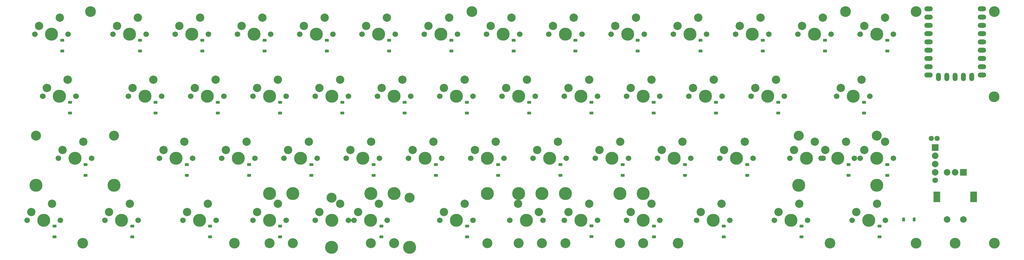
<source format=gbr>
%TF.GenerationSoftware,KiCad,Pcbnew,9.0.2*%
%TF.CreationDate,2025-07-09T23:02:58+05:30*%
%TF.ProjectId,comfort40pcb,636f6d66-6f72-4743-9430-7063622e6b69,rev?*%
%TF.SameCoordinates,Original*%
%TF.FileFunction,Soldermask,Bot*%
%TF.FilePolarity,Negative*%
%FSLAX46Y46*%
G04 Gerber Fmt 4.6, Leading zero omitted, Abs format (unit mm)*
G04 Created by KiCad (PCBNEW 9.0.2) date 2025-07-09 23:02:58*
%MOMM*%
%LPD*%
G01*
G04 APERTURE LIST*
G04 Aperture macros list*
%AMRoundRect*
0 Rectangle with rounded corners*
0 $1 Rounding radius*
0 $2 $3 $4 $5 $6 $7 $8 $9 X,Y pos of 4 corners*
0 Add a 4 corners polygon primitive as box body*
4,1,4,$2,$3,$4,$5,$6,$7,$8,$9,$2,$3,0*
0 Add four circle primitives for the rounded corners*
1,1,$1+$1,$2,$3*
1,1,$1+$1,$4,$5*
1,1,$1+$1,$6,$7*
1,1,$1+$1,$8,$9*
0 Add four rect primitives between the rounded corners*
20,1,$1+$1,$2,$3,$4,$5,0*
20,1,$1+$1,$4,$5,$6,$7,0*
20,1,$1+$1,$6,$7,$8,$9,0*
20,1,$1+$1,$8,$9,$2,$3,0*%
G04 Aperture macros list end*
%ADD10C,0.120000*%
%ADD11C,1.701800*%
%ADD12C,3.987800*%
%ADD13C,2.540000*%
%ADD14C,3.250000*%
%ADD15C,3.300000*%
%ADD16O,2.600000X1.500000*%
%ADD17O,1.500000X2.600000*%
%ADD18C,3.048000*%
%ADD19C,1.700000*%
%ADD20R,2.000000X2.000000*%
%ADD21C,2.000000*%
%ADD22C,1.600000*%
%ADD23R,2.000000X3.200000*%
%ADD24RoundRect,0.225000X0.375000X-0.225000X0.375000X0.225000X-0.375000X0.225000X-0.375000X-0.225000X0*%
%ADD25RoundRect,0.225000X-0.225000X-0.375000X0.225000X-0.375000X0.225000X0.375000X-0.225000X0.375000X0*%
G04 APERTURE END LIST*
D10*
%TO.C,SW15*%
X94858000Y-84296250D02*
G75*
G02*
X93842000Y-84296250I-508000J0D01*
G01*
X93842000Y-84296250D02*
G75*
G02*
X94858000Y-84296250I508000J0D01*
G01*
%TO.C,SW26*%
X305149250Y-86836250D02*
G75*
G02*
X304133250Y-86836250I-508000J0D01*
G01*
X304133250Y-86836250D02*
G75*
G02*
X305149250Y-86836250I508000J0D01*
G01*
%TO.C,SW8*%
X224186750Y-67786250D02*
G75*
G02*
X223170750Y-67786250I-508000J0D01*
G01*
X223170750Y-67786250D02*
G75*
G02*
X224186750Y-67786250I508000J0D01*
G01*
%TO.C,SW34*%
X219424250Y-105886250D02*
G75*
G02*
X218408250Y-105886250I-508000J0D01*
G01*
X218408250Y-105886250D02*
G75*
G02*
X219424250Y-105886250I508000J0D01*
G01*
%TO.C,SW37*%
X276574250Y-105886250D02*
G75*
G02*
X275558250Y-105886250I-508000J0D01*
G01*
X275558250Y-105886250D02*
G75*
G02*
X276574250Y-105886250I508000J0D01*
G01*
%TO.C,SW20*%
X190849250Y-86836250D02*
G75*
G02*
X189833250Y-86836250I-508000J0D01*
G01*
X189833250Y-86836250D02*
G75*
G02*
X190849250Y-86836250I508000J0D01*
G01*
%TO.C,SW6*%
X186086750Y-67786250D02*
G75*
G02*
X185070750Y-67786250I-508000J0D01*
G01*
X185070750Y-67786250D02*
G75*
G02*
X186086750Y-67786250I508000J0D01*
G01*
%TO.C,SW12*%
X300386750Y-67786250D02*
G75*
G02*
X299370750Y-67786250I-508000J0D01*
G01*
X299370750Y-67786250D02*
G75*
G02*
X300386750Y-67786250I508000J0D01*
G01*
%TO.C,SW36*%
X257524250Y-105886250D02*
G75*
G02*
X256508250Y-105886250I-508000J0D01*
G01*
X256508250Y-105886250D02*
G75*
G02*
X257524250Y-105886250I508000J0D01*
G01*
%TO.C,SW24*%
X267049250Y-86836250D02*
G75*
G02*
X266033250Y-86836250I-508000J0D01*
G01*
X266033250Y-86836250D02*
G75*
G02*
X267049250Y-86836250I508000J0D01*
G01*
%TO.C,SW27*%
X337693000Y-84296250D02*
G75*
G02*
X336677000Y-84296250I-508000J0D01*
G01*
X336677000Y-84296250D02*
G75*
G02*
X337693000Y-84296250I508000J0D01*
G01*
%TO.C,SW7*%
X205136750Y-67786250D02*
G75*
G02*
X204120750Y-67786250I-508000J0D01*
G01*
X204120750Y-67786250D02*
G75*
G02*
X205136750Y-67786250I508000J0D01*
G01*
%TO.C,SW9*%
X243236750Y-67786250D02*
G75*
G02*
X242220750Y-67786250I-508000J0D01*
G01*
X242220750Y-67786250D02*
G75*
G02*
X243236750Y-67786250I508000J0D01*
G01*
%TO.C,SW32*%
X181324250Y-105886250D02*
G75*
G02*
X180308250Y-105886250I-508000J0D01*
G01*
X180308250Y-105886250D02*
G75*
G02*
X181324250Y-105886250I508000J0D01*
G01*
%TO.C,SW30*%
X143224250Y-105886250D02*
G75*
G02*
X142208250Y-105886250I-508000J0D01*
G01*
X142208250Y-105886250D02*
G75*
G02*
X143224250Y-105886250I508000J0D01*
G01*
%TO.C,SW16*%
X114649250Y-86836250D02*
G75*
G02*
X113633250Y-86836250I-508000J0D01*
G01*
X113633250Y-86836250D02*
G75*
G02*
X114649250Y-86836250I508000J0D01*
G01*
%TO.C,SW29*%
X124174250Y-105886250D02*
G75*
G02*
X123158250Y-105886250I-508000J0D01*
G01*
X123158250Y-105886250D02*
G75*
G02*
X124174250Y-105886250I508000J0D01*
G01*
%TO.C,SW23*%
X247999250Y-86836250D02*
G75*
G02*
X246983250Y-86836250I-508000J0D01*
G01*
X246983250Y-86836250D02*
G75*
G02*
X247999250Y-86836250I508000J0D01*
G01*
%TO.C,SW45*%
X152749250Y-124936250D02*
G75*
G02*
X151733250Y-124936250I-508000J0D01*
G01*
X151733250Y-124936250D02*
G75*
G02*
X152749250Y-124936250I508000J0D01*
G01*
%TO.C,SW14*%
X338486750Y-67786250D02*
G75*
G02*
X337470750Y-67786250I-508000J0D01*
G01*
X337470750Y-67786250D02*
G75*
G02*
X338486750Y-67786250I508000J0D01*
G01*
%TO.C,SW22*%
X228949250Y-86836250D02*
G75*
G02*
X227933250Y-86836250I-508000J0D01*
G01*
X227933250Y-86836250D02*
G75*
G02*
X228949250Y-86836250I508000J0D01*
G01*
%TO.C,SW18*%
X152749250Y-86836250D02*
G75*
G02*
X151733250Y-86836250I-508000J0D01*
G01*
X151733250Y-86836250D02*
G75*
G02*
X152749250Y-86836250I508000J0D01*
G01*
%TO.C,SW17*%
X133699250Y-86836250D02*
G75*
G02*
X132683250Y-86836250I-508000J0D01*
G01*
X132683250Y-86836250D02*
G75*
G02*
X133699250Y-86836250I508000J0D01*
G01*
%TO.C,SW5*%
X167036750Y-67786250D02*
G75*
G02*
X166020750Y-67786250I-508000J0D01*
G01*
X166020750Y-67786250D02*
G75*
G02*
X167036750Y-67786250I508000J0D01*
G01*
%TO.C,SW2*%
X109886750Y-67786250D02*
G75*
G02*
X108870750Y-67786250I-508000J0D01*
G01*
X108870750Y-67786250D02*
G75*
G02*
X109886750Y-67786250I508000J0D01*
G01*
%TO.C,SW31*%
X162274250Y-105886250D02*
G75*
G02*
X161258250Y-105886250I-508000J0D01*
G01*
X161258250Y-105886250D02*
G75*
G02*
X162274250Y-105886250I508000J0D01*
G01*
%TO.C,SW19*%
X171799250Y-86836250D02*
G75*
G02*
X170783250Y-86836250I-508000J0D01*
G01*
X170783250Y-86836250D02*
G75*
G02*
X171799250Y-86836250I508000J0D01*
G01*
%TO.C,SW50*%
X267049250Y-124936250D02*
G75*
G02*
X266033250Y-124936250I-508000J0D01*
G01*
X266033250Y-124936250D02*
G75*
G02*
X267049250Y-124936250I508000J0D01*
G01*
%TO.C,SW48*%
X209899250Y-124936250D02*
G75*
G02*
X208883250Y-124936250I-508000J0D01*
G01*
X208883250Y-124936250D02*
G75*
G02*
X209899250Y-124936250I508000J0D01*
G01*
%TO.C,SW10*%
X262286750Y-67786250D02*
G75*
G02*
X261270750Y-67786250I-508000J0D01*
G01*
X261270750Y-67786250D02*
G75*
G02*
X262286750Y-67786250I508000J0D01*
G01*
%TO.C,SW3*%
X128936750Y-67786250D02*
G75*
G02*
X127920750Y-67786250I-508000J0D01*
G01*
X127920750Y-67786250D02*
G75*
G02*
X128936750Y-67786250I508000J0D01*
G01*
%TO.C,SW11*%
X281336750Y-67786250D02*
G75*
G02*
X280320750Y-67786250I-508000J0D01*
G01*
X280320750Y-67786250D02*
G75*
G02*
X281336750Y-67786250I508000J0D01*
G01*
%TO.C,SW13*%
X319436750Y-67786250D02*
G75*
G02*
X318420750Y-67786250I-508000J0D01*
G01*
X318420750Y-67786250D02*
G75*
G02*
X319436750Y-67786250I508000J0D01*
G01*
%TO.C,SW55*%
X94805500Y-84296250D02*
G75*
G02*
X93789500Y-84296250I-508000J0D01*
G01*
X93789500Y-84296250D02*
G75*
G02*
X94805500Y-84296250I508000J0D01*
G01*
%TO.C,SW41*%
X338486750Y-105886250D02*
G75*
G02*
X337470750Y-105886250I-508000J0D01*
G01*
X337470750Y-105886250D02*
G75*
G02*
X338486750Y-105886250I508000J0D01*
G01*
%TO.C,SW21*%
X209899250Y-86836250D02*
G75*
G02*
X208883250Y-86836250I-508000J0D01*
G01*
X208883250Y-86836250D02*
G75*
G02*
X209899250Y-86836250I508000J0D01*
G01*
%TO.C,SW25*%
X286099250Y-86836250D02*
G75*
G02*
X285083250Y-86836250I-508000J0D01*
G01*
X285083250Y-86836250D02*
G75*
G02*
X286099250Y-86836250I508000J0D01*
G01*
%TO.C,SW4*%
X147986750Y-67786250D02*
G75*
G02*
X146970750Y-67786250I-508000J0D01*
G01*
X146970750Y-67786250D02*
G75*
G02*
X147986750Y-67786250I508000J0D01*
G01*
%TO.C,SW33*%
X200374250Y-105886250D02*
G75*
G02*
X199358250Y-105886250I-508000J0D01*
G01*
X199358250Y-105886250D02*
G75*
G02*
X200374250Y-105886250I508000J0D01*
G01*
%TO.C,SW35*%
X238474250Y-105886250D02*
G75*
G02*
X237458250Y-105886250I-508000J0D01*
G01*
X237458250Y-105886250D02*
G75*
G02*
X238474250Y-105886250I508000J0D01*
G01*
%TO.C,SW38*%
X295624250Y-105886250D02*
G75*
G02*
X294608250Y-105886250I-508000J0D01*
G01*
X294608250Y-105886250D02*
G75*
G02*
X295624250Y-105886250I508000J0D01*
G01*
%TD*%
D11*
%TO.C,SW15*%
X86730000Y-89376250D03*
D12*
X91810000Y-89376250D03*
D11*
X96890000Y-89376250D03*
D13*
X94350000Y-84296250D03*
X88000000Y-86836250D03*
%TD*%
D14*
%TO.C,*%
X98896119Y-134476257D03*
%TD*%
D15*
%TO.C,*%
X377758619Y-89478093D03*
%TD*%
D11*
%TO.C,SW26*%
X303371250Y-89376250D03*
D12*
X308451250Y-89376250D03*
D11*
X313531250Y-89376250D03*
D13*
X310991250Y-84296250D03*
X304641250Y-86836250D03*
%TD*%
D11*
%TO.C,SW8*%
X222408750Y-70326250D03*
D12*
X227488750Y-70326250D03*
D11*
X232568750Y-70326250D03*
D13*
X230028750Y-65246250D03*
X223678750Y-67786250D03*
%TD*%
D16*
%TO.C,U1*%
X373994150Y-62520000D03*
X373994150Y-65060000D03*
X373994150Y-67600000D03*
X373994150Y-70140000D03*
X373994150Y-72680000D03*
X373994150Y-75220000D03*
X373994150Y-77760000D03*
X373994150Y-80300000D03*
X373994150Y-82840000D03*
D17*
X370904150Y-83390000D03*
X368364150Y-83390000D03*
X365824150Y-83390000D03*
X363284150Y-83390000D03*
X360744150Y-83390000D03*
D16*
X357654150Y-82840000D03*
X357654150Y-80300000D03*
X357654150Y-77760000D03*
X357654150Y-75220000D03*
X357654150Y-72680000D03*
X357654150Y-70140000D03*
X357654150Y-67600000D03*
X357654150Y-65060000D03*
X357654150Y-62520000D03*
%TD*%
D11*
%TO.C,SW34*%
X217646250Y-108426250D03*
D12*
X222726250Y-108426250D03*
D11*
X227806250Y-108426250D03*
D13*
X225266250Y-103346250D03*
X218916250Y-105886250D03*
%TD*%
D15*
%TO.C,*%
X217958619Y-63326251D03*
%TD*%
D11*
%TO.C,SW37*%
X274796250Y-108426250D03*
D12*
X279876250Y-108426250D03*
D11*
X284956250Y-108426250D03*
D13*
X282416250Y-103346250D03*
X276066250Y-105886250D03*
%TD*%
D12*
%TO.C,SW54*%
X222694500Y-119221250D03*
D18*
X222694500Y-134461250D03*
D11*
X229552500Y-127476250D03*
D12*
X234632500Y-127476250D03*
D11*
X239712500Y-127476250D03*
D12*
X246570500Y-119221250D03*
D18*
X246570500Y-134461250D03*
D13*
X232092500Y-122396250D03*
X238442500Y-124936250D03*
%TD*%
D11*
%TO.C,SW20*%
X189071250Y-89376250D03*
D12*
X194151250Y-89376250D03*
D11*
X199231250Y-89376250D03*
D13*
X196691250Y-84296250D03*
X190341250Y-86836250D03*
%TD*%
D11*
%TO.C,SW6*%
X184308750Y-70326250D03*
D12*
X189388750Y-70326250D03*
D11*
X194468750Y-70326250D03*
D13*
X191928750Y-65246250D03*
X185578750Y-67786250D03*
%TD*%
D11*
%TO.C,SW12*%
X298608750Y-70326250D03*
D12*
X303688750Y-70326250D03*
D11*
X308768750Y-70326250D03*
D13*
X306228750Y-65246250D03*
X299878750Y-67786250D03*
%TD*%
D11*
%TO.C,SW36*%
X255746250Y-108426250D03*
D12*
X260826250Y-108426250D03*
D11*
X265906250Y-108426250D03*
D13*
X263366250Y-103346250D03*
X257016250Y-105886250D03*
%TD*%
D15*
%TO.C,*%
X353864619Y-63301251D03*
%TD*%
D18*
%TO.C,SW47*%
X175069500Y-120491250D03*
D12*
X175069500Y-135731250D03*
D11*
X181927500Y-127476250D03*
D12*
X187007500Y-127476250D03*
D11*
X192087500Y-127476250D03*
D18*
X198945500Y-120491250D03*
D12*
X198945500Y-135731250D03*
D13*
X189547500Y-122396250D03*
X183197500Y-124936250D03*
%TD*%
D12*
%TO.C,SW46*%
X156051250Y-119221250D03*
D18*
X156051250Y-134461250D03*
D11*
X170021250Y-127476250D03*
D12*
X175101250Y-127476250D03*
D11*
X180181250Y-127476250D03*
D12*
X194151250Y-119221250D03*
D18*
X194151250Y-134461250D03*
D13*
X177641250Y-122396250D03*
X171291250Y-124936250D03*
%TD*%
D19*
%TO.C,SW3*%
X359698250Y-115200000D03*
D20*
X359698250Y-105090000D03*
D21*
X359698250Y-107630000D03*
X359698250Y-110170000D03*
X359698250Y-112710000D03*
D22*
X358473250Y-102250000D03*
X360323250Y-102250000D03*
%TD*%
D11*
%TO.C,SW24*%
X265271250Y-89376250D03*
D12*
X270351250Y-89376250D03*
D11*
X275431250Y-89376250D03*
D13*
X272891250Y-84296250D03*
X266541250Y-86836250D03*
%TD*%
D15*
%TO.C,MP*%
X365824119Y-134476253D03*
%TD*%
D11*
%TO.C,SW27*%
X329565000Y-89376250D03*
D12*
X334645000Y-89376250D03*
D11*
X339725000Y-89376250D03*
D13*
X337185000Y-84296250D03*
X330835000Y-86836250D03*
%TD*%
D11*
%TO.C,SW7*%
X203358750Y-70326250D03*
D12*
X208438750Y-70326250D03*
D11*
X213518750Y-70326250D03*
D13*
X210978750Y-65246250D03*
X204628750Y-67786250D03*
%TD*%
D11*
%TO.C,SW9*%
X241458750Y-70326250D03*
D12*
X246538750Y-70326250D03*
D11*
X251618750Y-70326250D03*
D13*
X249078750Y-65246250D03*
X242728750Y-67786250D03*
%TD*%
D11*
%TO.C,SW39*%
X315277500Y-108426250D03*
D12*
X320357500Y-108426250D03*
D11*
X325437500Y-108426250D03*
D13*
X322897500Y-103346250D03*
X316547500Y-105886250D03*
%TD*%
D11*
%TO.C,SW32*%
X179546250Y-108426250D03*
D12*
X184626250Y-108426250D03*
D11*
X189706250Y-108426250D03*
D13*
X187166250Y-103346250D03*
X180816250Y-105886250D03*
%TD*%
D11*
%TO.C,SW30*%
X141446250Y-108426250D03*
D12*
X146526250Y-108426250D03*
D11*
X151606250Y-108426250D03*
D13*
X149066250Y-103346250D03*
X142716250Y-105886250D03*
%TD*%
D20*
%TO.C,SW55*%
X368324150Y-112710000D03*
D21*
X363324150Y-112710000D03*
X365824150Y-112710000D03*
D23*
X371424150Y-120210000D03*
X360224150Y-120210000D03*
D21*
X363324150Y-127210000D03*
X368324150Y-127210000D03*
%TD*%
D11*
%TO.C,SW16*%
X112871250Y-89376250D03*
D12*
X117951250Y-89376250D03*
D11*
X123031250Y-89376250D03*
D13*
X120491250Y-84296250D03*
X114141250Y-86836250D03*
%TD*%
D11*
%TO.C,SW29*%
X122396250Y-108426250D03*
D12*
X127476250Y-108426250D03*
D11*
X132556250Y-108426250D03*
D13*
X130016250Y-103346250D03*
X123666250Y-105886250D03*
%TD*%
D14*
%TO.C,*%
X281062369Y-134476257D03*
%TD*%
D11*
%TO.C,SW23*%
X246221250Y-89376250D03*
D12*
X251301250Y-89376250D03*
D11*
X256381250Y-89376250D03*
D13*
X253841250Y-84296250D03*
X247491250Y-86836250D03*
%TD*%
D15*
%TO.C,*%
X101267974Y-63326251D03*
%TD*%
D11*
%TO.C,SW45*%
X150971250Y-127476250D03*
D12*
X156051250Y-127476250D03*
D11*
X161131250Y-127476250D03*
D13*
X158591250Y-122396250D03*
X152241250Y-124936250D03*
%TD*%
D15*
%TO.C,*%
X377783619Y-134501255D03*
%TD*%
%TO.C,*%
X377783619Y-63301251D03*
%TD*%
%TO.C,*%
X332258619Y-63326249D03*
%TD*%
D12*
%TO.C,SW\u002A\u002A*%
X163163250Y-119221250D03*
D18*
X163163250Y-134461250D03*
D12*
X187039250Y-119221250D03*
D18*
X187039250Y-134461250D03*
%TD*%
D11*
%TO.C,SW14*%
X336708750Y-70326250D03*
D12*
X341788750Y-70326250D03*
D11*
X346868750Y-70326250D03*
D13*
X344328750Y-65246250D03*
X337978750Y-67786250D03*
%TD*%
D11*
%TO.C,SW22*%
X227171250Y-89376250D03*
D12*
X232251250Y-89376250D03*
D11*
X237331250Y-89376250D03*
D13*
X234791250Y-84296250D03*
X228441250Y-86836250D03*
%TD*%
D11*
%TO.C,SW52*%
X310515000Y-127476250D03*
D12*
X315595000Y-127476250D03*
D11*
X320675000Y-127476250D03*
D13*
X318135000Y-122396250D03*
X311785000Y-124936250D03*
%TD*%
D11*
%TO.C,SW18*%
X150971250Y-89376250D03*
D12*
X156051250Y-89376250D03*
D11*
X161131250Y-89376250D03*
D13*
X158591250Y-84296250D03*
X152241250Y-86836250D03*
%TD*%
D11*
%TO.C,SW17*%
X131921250Y-89376250D03*
D12*
X137001250Y-89376250D03*
D11*
X142081250Y-89376250D03*
D13*
X139541250Y-84296250D03*
X133191250Y-86836250D03*
%TD*%
D15*
%TO.C,*%
X353864619Y-134501253D03*
%TD*%
D18*
%TO.C,SW40*%
X317944500Y-101441250D03*
D12*
X317944500Y-116681250D03*
D11*
X324802500Y-108426250D03*
D12*
X329882500Y-108426250D03*
D11*
X334962500Y-108426250D03*
D18*
X341820500Y-101441250D03*
D12*
X341820500Y-116681250D03*
D13*
X332422500Y-103346250D03*
X326072500Y-105886250D03*
%TD*%
D11*
%TO.C,SW5*%
X165258750Y-70326250D03*
D12*
X170338750Y-70326250D03*
D11*
X175418750Y-70326250D03*
D13*
X172878750Y-65246250D03*
X166528750Y-67786250D03*
%TD*%
D11*
%TO.C,SW2*%
X108108750Y-70326250D03*
D12*
X113188750Y-70326250D03*
D11*
X118268750Y-70326250D03*
D13*
X115728750Y-65246250D03*
X109378750Y-67786250D03*
%TD*%
D11*
%TO.C,SW31*%
X160496250Y-108426250D03*
D12*
X165576250Y-108426250D03*
D11*
X170656250Y-108426250D03*
D13*
X168116250Y-103346250D03*
X161766250Y-105886250D03*
%TD*%
D14*
%TO.C,*%
X145329869Y-134476257D03*
%TD*%
D11*
%TO.C,SW19*%
X170021250Y-89376250D03*
D12*
X175101250Y-89376250D03*
D11*
X180181250Y-89376250D03*
D13*
X177641250Y-84296250D03*
X171291250Y-86836250D03*
%TD*%
D12*
%TO.C,SW49*%
X232251250Y-119221250D03*
D18*
X232251250Y-134461250D03*
D11*
X246221250Y-127476250D03*
D12*
X251301250Y-127476250D03*
D11*
X256381250Y-127476250D03*
D12*
X270351250Y-119221250D03*
D18*
X270351250Y-134461250D03*
D13*
X253841250Y-122396250D03*
X247491250Y-124936250D03*
%TD*%
D11*
%TO.C,SW50*%
X265271250Y-127476250D03*
D12*
X270351250Y-127476250D03*
D11*
X275431250Y-127476250D03*
D13*
X272891250Y-122396250D03*
X266541250Y-124936250D03*
%TD*%
D18*
%TO.C,SW28*%
X84582000Y-101441250D03*
D12*
X84582000Y-116681250D03*
D11*
X91440000Y-108426250D03*
D12*
X96520000Y-108426250D03*
D11*
X101600000Y-108426250D03*
D18*
X108458000Y-101441250D03*
D12*
X108458000Y-116681250D03*
D13*
X99060000Y-103346250D03*
X92710000Y-105886250D03*
%TD*%
D11*
%TO.C,SW51*%
X286702500Y-127476250D03*
D12*
X291782500Y-127476250D03*
D11*
X296862500Y-127476250D03*
D13*
X294322500Y-122396250D03*
X287972500Y-124936250D03*
%TD*%
D11*
%TO.C,SW48*%
X208121250Y-127476250D03*
D12*
X213201250Y-127476250D03*
D11*
X218281250Y-127476250D03*
D13*
X215741250Y-122396250D03*
X209391250Y-124936250D03*
%TD*%
D11*
%TO.C,SW10*%
X260508750Y-70326250D03*
D12*
X265588750Y-70326250D03*
D11*
X270668750Y-70326250D03*
D13*
X268128750Y-65246250D03*
X261778750Y-67786250D03*
%TD*%
D11*
%TO.C,SW3*%
X127158750Y-70326250D03*
D12*
X132238750Y-70326250D03*
D11*
X137318750Y-70326250D03*
D13*
X134778750Y-65246250D03*
X128428750Y-67786250D03*
%TD*%
D11*
%TO.C,SW44*%
X129540000Y-127476250D03*
D12*
X134620000Y-127476250D03*
D11*
X139700000Y-127476250D03*
D13*
X137160000Y-122396250D03*
X130810000Y-124936250D03*
%TD*%
D11*
%TO.C,SW42*%
X81915000Y-127476250D03*
D12*
X86995000Y-127476250D03*
D11*
X92075000Y-127476250D03*
D13*
X89535000Y-122396250D03*
X83185000Y-124936250D03*
%TD*%
D11*
%TO.C,SW11*%
X279558750Y-70326250D03*
D12*
X284638750Y-70326250D03*
D11*
X289718750Y-70326250D03*
D13*
X287178750Y-65246250D03*
X280828750Y-67786250D03*
%TD*%
D11*
%TO.C,SW13*%
X317658750Y-70326250D03*
D12*
X322738750Y-70326250D03*
D11*
X327818750Y-70326250D03*
D13*
X325278750Y-65246250D03*
X318928750Y-67786250D03*
%TD*%
D11*
%TO.C,SW1*%
X84296250Y-70326250D03*
D12*
X89376250Y-70326250D03*
D11*
X94456250Y-70326250D03*
D13*
X91916250Y-65246250D03*
X85566250Y-67786250D03*
%TD*%
D11*
%TO.C,SW55*%
X86677500Y-89376250D03*
D12*
X91757500Y-89376250D03*
D11*
X96837500Y-89376250D03*
D13*
X94297500Y-84296250D03*
X87947500Y-86836250D03*
%TD*%
D12*
%TO.C,SW\u002A\u002A*%
X239363250Y-119221250D03*
D18*
X239363250Y-134461250D03*
D12*
X263239250Y-119221250D03*
D18*
X263239250Y-134461250D03*
%TD*%
D11*
%TO.C,SW41*%
X336708750Y-108426250D03*
D12*
X341788750Y-108426250D03*
D11*
X346868750Y-108426250D03*
D13*
X344328750Y-103346250D03*
X337978750Y-105886250D03*
%TD*%
D11*
%TO.C,SW21*%
X208121250Y-89376250D03*
D12*
X213201250Y-89376250D03*
D11*
X218281250Y-89376250D03*
D13*
X215741250Y-84296250D03*
X209391250Y-86836250D03*
%TD*%
D11*
%TO.C,SW25*%
X284321250Y-89376250D03*
D12*
X289401250Y-89376250D03*
D11*
X294481250Y-89376250D03*
D13*
X291941250Y-84296250D03*
X285591250Y-86836250D03*
%TD*%
D11*
%TO.C,SW4*%
X146208750Y-70326250D03*
D12*
X151288750Y-70326250D03*
D11*
X156368750Y-70326250D03*
D13*
X153828750Y-65246250D03*
X147478750Y-67786250D03*
%TD*%
D11*
%TO.C,SW43*%
X105727500Y-127476250D03*
D12*
X110807500Y-127476250D03*
D11*
X115887500Y-127476250D03*
D13*
X113347500Y-122396250D03*
X106997500Y-124936250D03*
%TD*%
D11*
%TO.C,SW33*%
X198596250Y-108426250D03*
D12*
X203676250Y-108426250D03*
D11*
X208756250Y-108426250D03*
D13*
X206216250Y-103346250D03*
X199866250Y-105886250D03*
%TD*%
D14*
%TO.C,*%
X327496119Y-134476257D03*
%TD*%
D11*
%TO.C,SW35*%
X236696250Y-108426250D03*
D12*
X241776250Y-108426250D03*
D11*
X246856250Y-108426250D03*
D13*
X244316250Y-103346250D03*
X237966250Y-105886250D03*
%TD*%
D11*
%TO.C,SW53*%
X334327500Y-127476250D03*
D12*
X339407500Y-127476250D03*
D11*
X344487500Y-127476250D03*
D13*
X341947500Y-122396250D03*
X335597500Y-124936250D03*
%TD*%
D11*
%TO.C,SW38*%
X293846250Y-108426250D03*
D12*
X298926250Y-108426250D03*
D11*
X304006250Y-108426250D03*
D13*
X301466250Y-103346250D03*
X295116250Y-105886250D03*
%TD*%
D24*
%TO.C,D30*%
X149788750Y-113620000D03*
X149788750Y-110320000D03*
%TD*%
%TO.C,D25*%
X292656250Y-94500000D03*
X292656250Y-91200000D03*
%TD*%
%TO.C,D42*%
X342700000Y-132510000D03*
X342700000Y-129210000D03*
%TD*%
%TO.C,D24*%
X273606250Y-94500000D03*
X273606250Y-91200000D03*
%TD*%
%TO.C,D5*%
X173618750Y-75460000D03*
X173618750Y-72160000D03*
%TD*%
%TO.C,D48*%
X190250000Y-132510000D03*
X190250000Y-129210000D03*
%TD*%
%TO.C,D16*%
X121206250Y-94500000D03*
X121206250Y-91200000D03*
%TD*%
%TO.C,D51*%
X114056250Y-132510000D03*
X114056250Y-129210000D03*
%TD*%
%TO.C,D18*%
X159306250Y-94500000D03*
X159306250Y-91200000D03*
%TD*%
%TO.C,D11*%
X287918750Y-75460000D03*
X287918750Y-72160000D03*
%TD*%
%TO.C,D13*%
X326018750Y-75460000D03*
X326018750Y-72160000D03*
%TD*%
%TO.C,D37*%
X283138750Y-113620000D03*
X283138750Y-110320000D03*
%TD*%
%TO.C,D43*%
X318828750Y-132510000D03*
X318828750Y-129210000D03*
%TD*%
%TO.C,D17*%
X140256250Y-94500000D03*
X140256250Y-91200000D03*
%TD*%
%TO.C,D23*%
X254556250Y-94500000D03*
X254556250Y-91200000D03*
%TD*%
%TO.C,D47*%
X216500000Y-132510000D03*
X216500000Y-129210000D03*
%TD*%
%TO.C,D8*%
X230768750Y-75460000D03*
X230768750Y-72160000D03*
%TD*%
%TO.C,D4*%
X154568750Y-75460000D03*
X154568750Y-72160000D03*
%TD*%
%TO.C,D20*%
X197406250Y-94500000D03*
X197406250Y-91200000D03*
%TD*%
%TO.C,D7*%
X211718750Y-75460000D03*
X211718750Y-72160000D03*
%TD*%
%TO.C,D35*%
X245038750Y-113620000D03*
X245038750Y-110320000D03*
%TD*%
D25*
%TO.C,D40*%
X350000000Y-127210000D03*
X353300000Y-127210000D03*
%TD*%
D24*
%TO.C,D33*%
X206938750Y-113620000D03*
X206938750Y-110320000D03*
%TD*%
%TO.C,D45*%
X273646250Y-132510000D03*
X273646250Y-129210000D03*
%TD*%
%TO.C,D32*%
X187888750Y-113620000D03*
X187888750Y-110320000D03*
%TD*%
%TO.C,D50*%
X137888750Y-132510000D03*
X137888750Y-129210000D03*
%TD*%
%TO.C,D36*%
X264088750Y-113620000D03*
X264088750Y-110320000D03*
%TD*%
%TO.C,D1*%
X92650000Y-75460000D03*
X92650000Y-72160000D03*
%TD*%
%TO.C,D39*%
X333220000Y-113620000D03*
X333220000Y-110320000D03*
%TD*%
%TO.C,D41*%
X345050000Y-113620000D03*
X345050000Y-110320000D03*
%TD*%
%TO.C,D46*%
X254538750Y-132435000D03*
X254538750Y-129135000D03*
%TD*%
%TO.C,D22*%
X235506250Y-94500000D03*
X235506250Y-91200000D03*
%TD*%
%TO.C,D28*%
X99766250Y-113620000D03*
X99766250Y-110320000D03*
%TD*%
%TO.C,D12*%
X306968750Y-75460000D03*
X306968750Y-72160000D03*
%TD*%
%TO.C,D27*%
X337900000Y-94500000D03*
X337900000Y-91200000D03*
%TD*%
%TO.C,D15*%
X95000000Y-94500000D03*
X95000000Y-91200000D03*
%TD*%
%TO.C,D52*%
X90260000Y-132510000D03*
X90260000Y-129210000D03*
%TD*%
%TO.C,D2*%
X116468750Y-75460000D03*
X116468750Y-72160000D03*
%TD*%
%TO.C,D38*%
X302188750Y-113620000D03*
X302188750Y-110320000D03*
%TD*%
%TO.C,D34*%
X225988750Y-113620000D03*
X225988750Y-110320000D03*
%TD*%
%TO.C,D26*%
X311706250Y-94500000D03*
X311706250Y-91200000D03*
%TD*%
%TO.C,D6*%
X192668750Y-75460000D03*
X192668750Y-72160000D03*
%TD*%
%TO.C,D19*%
X178356250Y-94500000D03*
X178356250Y-91200000D03*
%TD*%
%TO.C,D21*%
X216456250Y-94500000D03*
X216456250Y-91200000D03*
%TD*%
%TO.C,D9*%
X249658750Y-75460000D03*
X249658750Y-72160000D03*
%TD*%
%TO.C,D3*%
X135518750Y-75460000D03*
X135518750Y-72160000D03*
%TD*%
%TO.C,D49*%
X159316250Y-132510000D03*
X159316250Y-129210000D03*
%TD*%
%TO.C,D10*%
X268706250Y-75460000D03*
X268706250Y-72160000D03*
%TD*%
%TO.C,D31*%
X168838750Y-113620000D03*
X168838750Y-110320000D03*
%TD*%
%TO.C,D44*%
X295008750Y-132510000D03*
X295008750Y-129210000D03*
%TD*%
%TO.C,D29*%
X130738750Y-113620000D03*
X130738750Y-110320000D03*
%TD*%
%TO.C,D14*%
X345050000Y-75450000D03*
X345050000Y-72150000D03*
%TD*%
M02*

</source>
